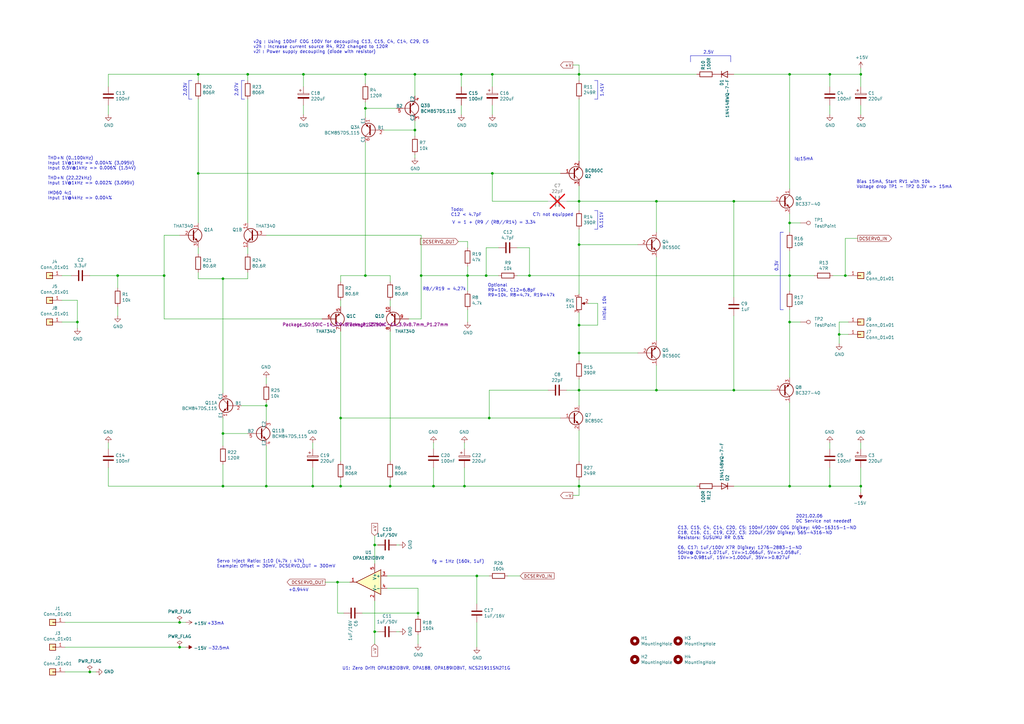
<source format=kicad_sch>
(kicad_sch (version 20250114) (generator "eeschema") (generator_version "9.0")
  (paper "A3")
  (title_block (title "Discrete Pre-Amp Elektor THAT340 with DC Servo") (date "2026-01-24") (rev "v2i"))
  (text "V = 1 + (R9 / (R8//R14) = 3.34" (at 185.42 92.075 0) (effects (font (size 1.27 1.27)) (justify left bottom)))
  (text "U1: Zero Drift OPA182IDBVR, OPA188, OPA189IDBVT, NCS21911SN2T1G" (at 140.335 274.955 0) (effects (font (size 1.27 1.27)) (justify left bottom)))
  (text "1.41V" (at 246.888 37.084 90) (effects (font (size 1.27 1.27))))
  (text "R8//R19 = 4.27k" (at 173.355 119.38 0) (effects (font (size 1.27 1.27)) (justify left bottom)))
  (text "2021.02.06\nDC Service not needed!" (at 326.39 214.63 0) (effects (font (size 1.27 1.27)) (justify left bottom)))
  (text "C13, C15, C4, C14, C20, C5: 100nF/100V C0G Digikey: 490-16315-1-ND\nC18, C16, C1, C19, C22, C3: 220uF/25V Digikey: 565-4316-ND\nResistors: SUSUMU RR 0.5%\n\nC6, C17: 1uF/100V X7R Digikey: 1276-2883-1-ND\n50Hz@ 0V=>1.071uF, 1V=>1.066uF, 5V=>1.058uF,\n10V=>0.981uF, 15V=>1.000uF, 35V=>0.827uF" (at 277.876 222.758 0) (effects (font (size 1.27 1.27)) (justify left)))
  (text "fg = 1Hz (160k, 1uF)" (at 177.165 231.14 0) (effects (font (size 1.27 1.27)) (justify left bottom)))
  (text "v2g : Using 100nF C0G 100V for decoupling C13, C15, C4, C14, C29, C5\nv2h : Increase current source R4, R22 changed to 120R\nv2i : Power supply decoupling (diode with resistor)" (at 103.886 19.304 0) (effects (font (size 1.27 1.27)) (justify left)))
  (text "+0.944V" (at 122.428 242.062 0) (effects (font (size 1.27 1.27))))
  (text "Optional\nR9=10k, C12=6.8pF\nR9=10k, R8=4.7k, R19=47k" (at 200.025 121.92 0) (effects (font (size 1.27 1.27)) (justify left bottom)))
  (text "-32.5mA" (at 89.662 265.938 0) (effects (font (size 1.27 1.27))))
  (text "2.07V" (at 97.028 36.83 90) (effects (font (size 1.27 1.27))))
  (text "Todo:\nC12 < 4.7pF" (at 184.912 88.9 0) (effects (font (size 1.27 1.27)) (justify left bottom)))
  (text "Bias 15mA, Start RV1 with 10k\nVoltage drop TP1 - TP2 0.3V => 15mA" (at 351.282 75.692 0) (effects (font (size 1.27 1.27)) (justify left)))
  (text "2.5V" (at 290.576 21.59 0) (effects (font (size 1.27 1.27))))
  (text "THD+N (0..100kHz)\nInput 1V@1kHz => 0.004% (3.095V)\nInput 0.5V@1kHz => 0.006% (1.54V)\n\nTHD+N (22.22kHz)\nInput 1V@1kHz => 0.002% (3.095V)\n\nIMD60 4:1\nInput 1V@4kHz => 0.004%\n\n" (at 19.558 74.168 0) (effects (font (size 1.27 1.27)) (justify left)))
  (text "0.111V" (at 246.634 90.424 90) (effects (font (size 1.27 1.27))))
  (text "C7: not equipped" (at 218.44 88.9 0) (effects (font (size 1.27 1.27)) (justify left bottom)))
  (text "2.03V" (at 75.946 36.83 90) (effects (font (size 1.27 1.27))))
  (text "Initial 10k" (at 247.904 126.492 90) (effects (font (size 1.27 1.27))))
  (text "Servo Inject Ratio: 1:10 (4.7k : 47k)\nExample: Offset = 30mV, DCSERVO_OUT = 300mV" (at 88.9 233.045 0) (effects (font (size 1.27 1.27)) (justify left bottom)))
  (text "Iq:15mA" (at 325.755 66.04 0) (effects (font (size 1.27 1.27)) (justify left bottom)))
  (text "+33mA" (at 88.392 255.778 0) (effects (font (size 1.27 1.27))))
  (text "0.3V" (at 318.516 109.22 90) (effects (font (size 1.27 1.27))))
  (junction (at 201.93 71.12))
  (junction (at 149.86 113.03))
  (junction (at 237.49 160.02))
  (junction (at 139.7 199.39))
  (junction (at 323.85 199.39))
  (junction (at 237.49 100.33))
  (junction (at 139.7 171.45))
  (junction (at 237.49 30.48))
  (junction (at 149.86 30.48))
  (junction (at 170.18 53.34))
  (junction (at 67.31 113.03))
  (junction (at 160.02 199.39))
  (junction (at 237.49 82.55))
  (junction (at 300.99 82.55))
  (junction (at 237.49 133.35))
  (junction (at 124.46 30.48))
  (junction (at 340.36 199.39))
  (junction (at 195.58 236.22))
  (junction (at 201.93 30.48))
  (junction (at 171.45 251.46))
  (junction (at 346.71 113.03))
  (junction (at 149.86 44.45))
  (junction (at 323.85 132.08))
  (junction (at 323.85 91.44))
  (junction (at 91.44 114.3))
  (junction (at 138.43 238.76))
  (junction (at 172.72 113.03))
  (junction (at 36.83 275.59))
  (junction (at 153.67 223.52))
  (junction (at 237.49 144.78))
  (junction (at 323.85 113.03))
  (junction (at 81.28 30.48))
  (junction (at 300.99 160.02))
  (junction (at 323.85 30.48))
  (junction (at 73.66 255.27))
  (junction (at 109.22 166.37))
  (junction (at 200.66 171.45))
  (junction (at 109.22 199.39))
  (junction (at 81.28 71.12))
  (junction (at 170.18 30.48))
  (junction (at 31.75 132.08))
  (junction (at 353.06 30.48))
  (junction (at 73.66 265.43))
  (junction (at 91.44 199.39))
  (junction (at 189.23 30.48))
  (junction (at 269.24 160.02))
  (junction (at 353.06 199.39))
  (junction (at 191.77 113.03))
  (junction (at 48.26 113.03))
  (junction (at 269.24 82.55))
  (junction (at 340.36 30.48))
  (junction (at 177.8 199.39))
  (junction (at 237.49 199.39))
  (junction (at 91.44 177.8))
  (junction (at 199.39 113.03))
  (junction (at 128.27 199.39))
  (junction (at 101.6 30.48))
  (junction (at 190.5 199.39))
  (junction (at 344.17 137.16))
  (junction (at 217.17 113.03))
  (junction (at 153.67 259.08))
  (wire (pts (xy 26.67 265.43) (xy 73.66 265.43)))
  (wire (pts (xy 81.28 71.12) (xy 81.28 91.44)))
  (wire (pts (xy 157.48 53.34) (xy 170.18 53.34)))
  (wire (pts (xy 73.66 255.27) (xy 76.2 255.27)))
  (wire (pts (xy 347.98 132.08) (xy 344.17 132.08)))
  (wire (pts (xy 91.44 114.3) (xy 81.28 114.3)))
  (wire (pts (xy 237.49 100.33) (xy 237.49 93.98)))
  (wire (pts (xy 237.49 203.2) (xy 237.49 199.39)))
  (wire (pts (xy 177.8 184.15) (xy 177.8 181.61)))
  (wire (pts (xy 163.83 223.52) (xy 162.56 223.52)))
  (wire (pts (xy 323.85 165.1) (xy 323.85 199.39)))
  (wire (pts (xy 158.75 236.22) (xy 195.58 236.22)))
  (wire (pts (xy 109.22 182.88) (xy 109.22 199.39)))
  (wire (pts (xy 323.85 119.38) (xy 323.85 113.03)))
  (wire (pts (xy 212.09 101.6) (xy 217.17 101.6)))
  (wire (pts (xy 353.06 43.18) (xy 353.06 46.99)))
  (wire (pts (xy 353.06 30.48) (xy 340.36 30.48)))
  (wire (pts (xy 237.49 199.39) (xy 237.49 196.85)))
  (wire (pts (xy 67.31 96.52) (xy 67.31 113.03)))
  (wire (pts (xy 261.62 100.33) (xy 237.49 100.33)))
  (wire (pts (xy 149.86 113.03) (xy 160.02 113.03)))
  (wire (pts (xy 189.23 30.48) (xy 189.23 35.56)))
  (wire (pts (xy 190.5 191.77) (xy 190.5 199.39)))
  (wire (pts (xy 172.72 96.52) (xy 172.72 113.03)))
  (wire (pts (xy 138.43 251.46) (xy 138.43 238.76)))
  (wire (pts (xy 153.67 219.71) (xy 153.67 223.52)))
  (wire (pts (xy 237.49 155.575) (xy 237.49 160.02)))
  (polyline (pts (xy 243.84 86.36) (xy 245.11 86.36)))
  (wire (pts (xy 153.67 246.38) (xy 153.67 259.08)))
  (wire (pts (xy 170.18 53.34) (xy 170.18 55.88)))
  (wire (pts (xy 269.24 82.55) (xy 237.49 82.55)))
  (wire (pts (xy 344.17 132.08) (xy 344.17 137.16)))
  (wire (pts (xy 347.98 137.16) (xy 344.17 137.16)))
  (wire (pts (xy 340.36 35.56) (xy 340.36 30.48)))
  (wire (pts (xy 237.49 86.36) (xy 237.49 82.55)))
  (wire (pts (xy 323.85 91.44) (xy 328.295 91.44)))
  (wire (pts (xy 232.41 82.55) (xy 237.49 82.55)))
  (polyline (pts (xy 243.84 33.02) (xy 245.11 33.02)))
  (wire (pts (xy 237.49 33.02) (xy 237.49 30.48)))
  (wire (pts (xy 25.4 132.08) (xy 31.75 132.08)))
  (wire (pts (xy 160.02 125.73) (xy 160.02 123.19)))
  (wire (pts (xy 148.59 251.46) (xy 171.45 251.46)))
  (wire (pts (xy 189.23 30.48) (xy 201.93 30.48)))
  (wire (pts (xy 26.67 255.27) (xy 73.66 255.27)))
  (wire (pts (xy 149.86 44.45) (xy 162.56 44.45)))
  (wire (pts (xy 170.18 63.5) (xy 170.18 64.77)))
  (wire (pts (xy 160.02 135.89) (xy 160.02 189.23)))
  (wire (pts (xy 109.22 96.52) (xy 172.72 96.52)))
  (wire (pts (xy 300.99 30.48) (xy 323.85 30.48)))
  (wire (pts (xy 199.39 113.03) (xy 191.77 113.03)))
  (wire (pts (xy 201.93 30.48) (xy 237.49 30.48)))
  (wire (pts (xy 101.6 40.64) (xy 101.6 91.44)))
  (wire (pts (xy 44.45 35.56) (xy 44.45 30.48)))
  (polyline (pts (xy 320.04 127) (xy 321.31 127)))
  (wire (pts (xy 149.86 34.29) (xy 149.86 30.48)))
  (wire (pts (xy 160.02 199.39) (xy 177.8 199.39)))
  (wire (pts (xy 189.23 46.99) (xy 189.23 43.18)))
  (wire (pts (xy 44.45 184.15) (xy 44.45 181.61)))
  (wire (pts (xy 237.49 160.02) (xy 237.49 166.37)))
  (wire (pts (xy 109.22 165.1) (xy 109.22 166.37)))
  (wire (pts (xy 139.7 135.89) (xy 139.7 171.45)))
  (wire (pts (xy 128.27 184.15) (xy 128.27 181.61)))
  (wire (pts (xy 153.67 259.08) (xy 153.67 264.16)))
  (wire (pts (xy 300.99 199.39) (xy 323.85 199.39)))
  (wire (pts (xy 101.6 30.48) (xy 101.6 33.02)))
  (wire (pts (xy 48.26 118.11) (xy 48.26 113.03)))
  (wire (pts (xy 323.85 87.63) (xy 323.85 91.44)))
  (wire (pts (xy 109.22 166.37) (xy 109.22 172.72)))
  (wire (pts (xy 48.26 113.03) (xy 67.31 113.03)))
  (wire (pts (xy 149.86 41.91) (xy 149.86 44.45)))
  (wire (pts (xy 237.49 176.53) (xy 237.49 189.23)))
  (wire (pts (xy 26.67 275.59) (xy 36.83 275.59)))
  (wire (pts (xy 340.36 199.39) (xy 340.36 191.77)))
  (wire (pts (xy 177.8 191.77) (xy 177.8 199.39)))
  (wire (pts (xy 139.7 171.45) (xy 200.66 171.45)))
  (wire (pts (xy 67.31 113.03) (xy 67.31 130.81)))
  (polyline (pts (xy 283.21 25.4) (xy 283.21 22.86)))
  (wire (pts (xy 245.11 133.35) (xy 237.49 133.35)))
  (polyline (pts (xy 100.33 33.02) (xy 99.06 33.02)))
  (wire (pts (xy 300.99 160.02) (xy 269.24 160.02)))
  (wire (pts (xy 109.22 157.48) (xy 109.22 154.94)))
  (wire (pts (xy 139.7 125.73) (xy 139.7 123.19)))
  (wire (pts (xy 73.66 265.43) (xy 76.2 265.43)))
  (polyline (pts (xy 99.06 40.64) (xy 100.33 40.64)))
  (wire (pts (xy 44.45 199.39) (xy 44.45 191.77)))
  (wire (pts (xy 346.71 113.03) (xy 347.98 113.03)))
  (polyline (pts (xy 245.11 33.02) (xy 245.11 40.64)))
  (wire (pts (xy 139.7 113.03) (xy 149.86 113.03)))
  (wire (pts (xy 323.85 199.39) (xy 340.36 199.39)))
  (wire (pts (xy 300.99 129.54) (xy 300.99 160.02)))
  (wire (pts (xy 31.75 132.08) (xy 31.75 134.62)))
  (wire (pts (xy 172.72 113.03) (xy 191.77 113.03)))
  (wire (pts (xy 353.06 27.94) (xy 353.06 30.48)))
  (wire (pts (xy 237.49 144.78) (xy 237.49 147.955)))
  (wire (pts (xy 340.36 184.15) (xy 340.36 181.61)))
  (wire (pts (xy 44.45 46.99) (xy 44.45 43.18)))
  (wire (pts (xy 190.5 184.15) (xy 190.5 181.61)))
  (wire (pts (xy 153.67 223.52) (xy 153.67 231.14)))
  (wire (pts (xy 170.18 49.53) (xy 170.18 53.34)))
  (wire (pts (xy 81.28 71.12) (xy 201.93 71.12)))
  (wire (pts (xy 323.85 30.48) (xy 340.36 30.48)))
  (wire (pts (xy 237.49 133.35) (xy 237.49 144.78)))
  (wire (pts (xy 170.18 39.37) (xy 170.18 30.48)))
  (polyline (pts (xy 283.21 22.86) (xy 299.72 22.86)))
  (wire (pts (xy 128.27 199.39) (xy 128.27 191.77)))
  (wire (pts (xy 101.6 114.3) (xy 91.44 114.3)))
  (wire (pts (xy 217.17 113.03) (xy 323.85 113.03)))
  (polyline (pts (xy 243.84 40.64) (xy 245.11 40.64)))
  (wire (pts (xy 167.64 130.81) (xy 172.72 130.81)))
  (wire (pts (xy 232.41 160.02) (xy 237.49 160.02)))
  (wire (pts (xy 81.28 114.3) (xy 81.28 111.76)))
  (wire (pts (xy 234.95 26.67) (xy 237.49 26.67)))
  (wire (pts (xy 101.6 177.8) (xy 91.44 177.8)))
  (wire (pts (xy 36.83 113.03) (xy 48.26 113.03)))
  (wire (pts (xy 154.94 259.08) (xy 153.67 259.08)))
  (wire (pts (xy 81.28 104.14) (xy 81.28 101.6)))
  (wire (pts (xy 31.75 123.19) (xy 31.75 132.08)))
  (wire (pts (xy 160.02 115.57) (xy 160.02 113.03)))
  (wire (pts (xy 101.6 104.14) (xy 101.6 101.6)))
  (wire (pts (xy 201.93 71.12) (xy 229.87 71.12)))
  (wire (pts (xy 172.72 113.03) (xy 172.72 130.81)))
  (wire (pts (xy 140.97 251.46) (xy 138.43 251.46)))
  (wire (pts (xy 191.77 101.6) (xy 191.77 99.06)))
  (wire (pts (xy 201.93 82.55) (xy 201.93 71.12)))
  (wire (pts (xy 212.09 113.03) (xy 217.17 113.03)))
  (wire (pts (xy 99.06 166.37) (xy 109.22 166.37)))
  (wire (pts (xy 300.99 121.92) (xy 300.99 82.55)))
  (wire (pts (xy 237.49 199.39) (xy 285.75 199.39)))
  (wire (pts (xy 91.44 177.8) (xy 91.44 171.45)))
  (wire (pts (xy 323.85 113.03) (xy 334.01 113.03)))
  (wire (pts (xy 269.24 149.86) (xy 269.24 160.02)))
  (wire (pts (xy 44.45 199.39) (xy 91.44 199.39)))
  (wire (pts (xy 353.06 184.15) (xy 353.06 181.61)))
  (wire (pts (xy 323.85 30.48) (xy 323.85 77.47)))
  (wire (pts (xy 346.71 97.79) (xy 346.71 113.03)))
  (wire (pts (xy 109.22 199.39) (xy 128.27 199.39)))
  (wire (pts (xy 139.7 115.57) (xy 139.7 113.03)))
  (wire (pts (xy 245.11 124.46) (xy 245.11 133.35)))
  (wire (pts (xy 199.39 101.6) (xy 199.39 113.03)))
  (wire (pts (xy 36.83 275.59) (xy 39.37 275.59)))
  (wire (pts (xy 128.27 199.39) (xy 139.7 199.39)))
  (wire (pts (xy 353.06 199.39) (xy 353.06 191.77)))
  (wire (pts (xy 25.4 113.03) (xy 29.21 113.03)))
  (wire (pts (xy 149.86 30.48) (xy 170.18 30.48)))
  (wire (pts (xy 224.79 160.02) (xy 200.66 160.02)))
  (wire (pts (xy 171.45 260.35) (xy 171.45 264.16)))
  (wire (pts (xy 149.86 58.42) (xy 149.86 113.03)))
  (wire (pts (xy 353.06 199.39) (xy 353.06 201.93)))
  (wire (pts (xy 241.3 124.46) (xy 245.11 124.46)))
  (wire (pts (xy 124.46 35.56) (xy 124.46 30.48)))
  (wire (pts (xy 195.58 236.22) (xy 200.66 236.22)))
  (wire (pts (xy 139.7 199.39) (xy 160.02 199.39)))
  (wire (pts (xy 171.45 241.3) (xy 158.75 241.3)))
  (wire (pts (xy 353.06 199.39) (xy 340.36 199.39)))
  (wire (pts (xy 200.66 171.45) (xy 229.87 171.45)))
  (wire (pts (xy 25.4 123.19) (xy 31.75 123.19)))
  (wire (pts (xy 208.28 236.22) (xy 213.36 236.22)))
  (wire (pts (xy 217.17 101.6) (xy 217.17 113.03)))
  (wire (pts (xy 224.79 82.55) (xy 201.93 82.55)))
  (wire (pts (xy 177.8 199.39) (xy 190.5 199.39)))
  (wire (pts (xy 48.26 129.54) (xy 48.26 125.73)))
  (wire (pts (xy 133.35 238.76) (xy 138.43 238.76)))
  (wire (pts (xy 234.95 203.2) (xy 237.49 203.2)))
  (polyline (pts (xy 99.06 33.02) (xy 99.06 40.64)))
  (wire (pts (xy 139.7 199.39) (xy 139.7 196.85)))
  (wire (pts (xy 81.28 30.48) (xy 101.6 30.48)))
  (wire (pts (xy 191.77 127) (xy 191.77 132.08)))
  (wire (pts (xy 81.28 30.48) (xy 81.28 33.02)))
  (wire (pts (xy 237.49 26.67) (xy 237.49 30.48)))
  (wire (pts (xy 237.49 30.48) (xy 285.75 30.48)))
  (wire (pts (xy 191.77 113.03) (xy 191.77 119.38)))
  (wire (pts (xy 237.49 76.2) (xy 237.49 82.55)))
  (wire (pts (xy 200.66 160.02) (xy 200.66 171.45)))
  (wire (pts (xy 124.46 43.18) (xy 124.46 46.99)))
  (polyline (pts (xy 243.84 93.98) (xy 245.11 93.98)))
  (wire (pts (xy 67.31 96.52) (xy 73.66 96.52)))
  (polyline (pts (xy 321.31 95.25) (xy 320.04 95.25)))
  (wire (pts (xy 163.83 259.08) (xy 162.56 259.08)))
  (wire (pts (xy 201.93 43.18) (xy 201.93 46.99)))
  (wire (pts (xy 204.47 101.6) (xy 199.39 101.6)))
  (wire (pts (xy 171.45 252.73) (xy 171.45 251.46)))
  (wire (pts (xy 269.24 160.02) (xy 237.49 160.02)))
  (wire (pts (xy 195.58 247.65) (xy 195.58 236.22)))
  (wire (pts (xy 344.17 140.97) (xy 344.17 137.16)))
  (wire (pts (xy 199.39 113.03) (xy 204.47 113.03)))
  (wire (pts (xy 237.49 120.65) (xy 237.49 100.33)))
  (wire (pts (xy 353.06 35.56) (xy 353.06 30.48)))
  (wire (pts (xy 269.24 105.41) (xy 269.24 139.7)))
  (wire (pts (xy 341.63 113.03) (xy 346.71 113.03)))
  (wire (pts (xy 323.85 91.44) (xy 323.85 95.25)))
  (wire (pts (xy 170.18 30.48) (xy 189.23 30.48)))
  (wire (pts (xy 237.49 40.64) (xy 237.49 66.04)))
  (polyline (pts (xy 77.47 33.02) (xy 77.47 40.64)))
  (wire (pts (xy 190.5 199.39) (xy 237.49 199.39)))
  (polyline (pts (xy 299.72 22.86) (xy 299.72 25.4)))
  (wire (pts (xy 171.45 251.46) (xy 171.45 241.3)))
  (wire (pts (xy 138.43 238.76) (xy 143.51 238.76)))
  (wire (pts (xy 124.46 30.48) (xy 101.6 30.48)))
  (wire (pts (xy 323.85 132.08) (xy 323.85 154.94)))
  (wire (pts (xy 139.7 171.45) (xy 139.7 189.23)))
  (wire (pts (xy 323.85 132.08) (xy 328.295 132.08)))
  (wire (pts (xy 191.77 99.06) (xy 187.96 99.06)))
  (wire (pts (xy 195.58 265.43) (xy 195.58 255.27)))
  (wire (pts (xy 323.85 113.03) (xy 323.85 102.87)))
  (wire (pts (xy 160.02 199.39) (xy 160.02 196.85)))
  (wire (pts (xy 101.6 114.3) (xy 101.6 111.76)))
  (wire (pts (xy 351.79 97.79) (xy 346.71 97.79)))
  (wire (pts (xy 67.31 130.81) (xy 132.08 130.81)))
  (wire (pts (xy 269.24 95.25) (xy 269.24 82.55)))
  (wire (pts (xy 91.44 199.39) (xy 109.22 199.39)))
  (wire (pts (xy 300.99 82.55) (xy 269.24 82.55)))
  (wire (pts (xy 154.94 223.52) (xy 153.67 223.52)))
  (wire (pts (xy 323.85 132.08) (xy 323.85 127)))
  (wire (pts (xy 44.45 30.48) (xy 81.28 30.48)))
  (wire (pts (xy 91.44 161.29) (xy 91.44 114.3)))
  (wire (pts (xy 149.86 44.45) (xy 149.86 48.26)))
  (wire (pts (xy 316.23 160.02) (xy 300.99 160.02)))
  (wire (pts (xy 91.44 190.5) (xy 91.44 199.39)))
  (wire (pts (xy 191.77 109.22) (xy 191.77 113.03)))
  (polyline (pts (xy 77.47 40.64) (xy 78.74 40.64)))
  (polyline (pts (xy 320.04 95.25) (xy 320.04 127)))
  (wire (pts (xy 237.49 128.27) (xy 237.49 133.35)))
  (wire (pts (xy 261.62 144.78) (xy 237.49 144.78)))
  (wire (pts (xy 340.36 46.99) (xy 340.36 43.18)))
  (wire (pts (xy 91.44 182.88) (xy 91.44 177.8)))
  (wire (pts (xy 124.46 30.48) (xy 149.86 30.48)))
  (wire (pts (xy 81.28 40.64) (xy 81.28 71.12)))
  (wire (pts (xy 201.93 30.48) (xy 201.93 35.56)))
  (wire (pts (xy 316.23 82.55) (xy 300.99 82.55)))
  (polyline (pts (xy 78.74 33.02) (xy 77.47 33.02)))
  (polyline (pts (xy 245.11 86.36) (xy 245.11 93.98)))
  (global_label "DCSERVO_OUT" (shape output) (at 133.35 238.76 180) (property "Intersheetrefs" "${INTERSHEET_REFS}" (effects (hide yes))))
  (global_label "DCSERVO_OUT" (shape input) (at 187.96 99.06 180) (property "Intersheetrefs" "${INTERSHEET_REFS}" (effects (hide yes))))
  (global_label "-V" (shape output) (at 234.95 203.2 180) (property "Intersheetrefs" "${INTERSHEET_REFS}" (effects (hide yes))))
  (global_label "-V" (shape input) (at 153.67 264.16 270) (property "Intersheetrefs" "${INTERSHEET_REFS}" (effects (hide yes))))
  (global_label "+V" (shape input) (at 153.67 219.71 90) (property "Intersheetrefs" "${INTERSHEET_REFS}" (effects (hide yes))))
  (global_label "+V" (shape output) (at 234.95 26.67 180) (property "Intersheetrefs" "${INTERSHEET_REFS}" (effects (hide yes))))
  (global_label "DCSERVO_IN" (shape output) (at 351.79 97.79 0) (property "Intersheetrefs" "${INTERSHEET_REFS}" (effects (hide yes))))
  (global_label "DCSERVO_IN" (shape input) (at 213.36 236.22 0) (property "Intersheetrefs" "${INTERSHEET_REFS}" (effects (hide yes))))
  (symbol (lib_id "Device:R") (at 160.02 193.04 0) (unit 1)
    (property "Reference" "R6" (at 161.798 191.8716 0) (effects (justify left)))
    (property "Value" "806R" (at 161.798 194.183 0) (effects (justify left)))
    (property "Footprint" "Resistor_SMD:R_0805_2012Metric_Pad1.20x1.40mm_HandSolder" (effects (hide yes)))
  )
  (symbol (lib_id "Device:C") (at 33.02 113.03 270) (unit 1)
    (property "Reference" "C2" (at 33.02 106.6292 90))
    (property "Value" "3.3uF" (at 33.02 108.9406 90))
    (property "Footprint" "Capacitor_THT:C_Rect_L7.2mm_W7.2mm_P5.00mm_FKS2_FKP2_MKS2_MKP2" (effects (hide yes)))
  )
  (symbol (lib_id "power:GND") (at 48.26 129.54 0) (unit 1)
    (property "Reference" "#PWR09" (effects (hide yes)))
    (property "Value" "GND" (at 48.387 133.9342 0))
  )
  (symbol (lib_id "Device:R") (at 139.7 193.04 0) (unit 1)
    (property "Reference" "R3" (at 141.478 191.8716 0) (effects (justify left)))
    (property "Value" "806R" (at 141.478 194.183 0) (effects (justify left)))
    (property "Footprint" "Resistor_SMD:R_0805_2012Metric_Pad1.20x1.40mm_HandSolder" (effects (hide yes)))
  )
  (symbol (lib_id "Device:R") (at 48.26 121.92 0) (unit 1)
    (property "Reference" "R1" (at 50.038 120.7516 0) (effects (justify left)))
    (property "Value" "10k" (at 50.038 123.063 0) (effects (justify left)))
    (property "Footprint" "Resistor_SMD:R_0805_2012Metric_Pad1.20x1.40mm_HandSolder" (effects (hide yes)))
  )
  (symbol (lib_id "Device:R") (at 191.77 123.19 0) (unit 1)
    (property "Reference" "R8" (at 193.548 122.0216 0) (effects (justify left)))
    (property "Value" "4.7k" (at 193.548 124.333 0) (effects (justify left)))
    (property "Footprint" "Resistor_SMD:R_0805_2012Metric_Pad1.20x1.40mm_HandSolder" (effects (hide yes)))
  )
  (symbol (lib_id "Device:R") (at 208.28 113.03 270) (unit 1)
    (property "Reference" "R9" (at 208.28 107.7722 90))
    (property "Value" "10k" (at 208.28 110.0836 90))
    (property "Footprint" "Resistor_SMD:R_0805_2012Metric_Pad1.20x1.40mm_HandSolder" (effects (hide yes)))
  )
  (symbol (lib_id "Device:R") (at 139.7 119.38 0) (unit 1)
    (property "Reference" "R2" (at 141.478 118.2116 0) (effects (justify left)))
    (property "Value" "80.6R" (at 141.478 120.523 0) (effects (justify left)))
    (property "Footprint" "Resistor_SMD:R_0805_2012Metric_Pad1.20x1.40mm_HandSolder" (effects (hide yes)))
  )
  (symbol (lib_id "Device:R") (at 160.02 119.38 0) (unit 1)
    (property "Reference" "R5" (at 161.798 118.2116 0) (effects (justify left)))
    (property "Value" "80.6R" (at 161.798 120.523 0) (effects (justify left)))
    (property "Footprint" "Resistor_SMD:R_0805_2012Metric_Pad1.20x1.40mm_HandSolder" (effects (hide yes)))
  )
  (symbol (lib_id "Device:R") (at 149.86 38.1 0) (unit 1)
    (property "Reference" "R4" (at 151.638 36.9316 0) (effects (justify left)))
    (property "Value" "120R" (at 151.638 39.243 0) (effects (justify left)))
    (property "Footprint" "Resistor_SMD:R_0805_2012Metric_Pad1.20x1.40mm_HandSolder" (effects (hide yes)))
  )
  (symbol (lib_id "Device:R") (at 170.18 59.69 0) (unit 1)
    (property "Reference" "R7" (at 171.958 58.5216 0) (effects (justify left)))
    (property "Value" "10k" (at 171.958 60.833 0) (effects (justify left)))
    (property "Footprint" "Resistor_SMD:R_0805_2012Metric_Pad1.20x1.40mm_HandSolder" (effects (hide yes)))
  )
  (symbol (lib_id "Device:R") (at 237.49 36.83 0) (unit 1)
    (property "Reference" "R11" (at 239.268 35.6616 0) (effects (justify left)))
    (property "Value" "249R" (at 239.268 37.973 0) (effects (justify left)))
    (property "Footprint" "Resistor_SMD:R_0805_2012Metric_Pad1.20x1.40mm_HandSolder" (effects (hide yes)))
  )
  (symbol (lib_id "power:GND") (at 191.77 132.08 0) (unit 1)
    (property "Reference" "#PWR013" (effects (hide yes)))
    (property "Value" "GND" (at 191.897 136.4742 0))
  )
  (symbol (lib_id "power:GND") (at 31.75 134.62 0) (unit 1)
    (property "Reference" "#PWR04" (effects (hide yes)))
    (property "Value" "GND" (at 31.877 139.0142 0))
  )
  (symbol (lib_id "Mechanical:MountingHole") (at 260.35 262.89 0) (unit 1)
    (property "Reference" "H1" (at 262.89 261.7216 0) (effects (justify left)))
    (property "Value" "MountingHole" (at 262.89 264.033 0) (effects (justify left)))
    (property "Footprint" "MountingHole:MountingHole_3.2mm_M3_Pad_Via" (effects (hide yes)))
  )
  (symbol (lib_id "Mechanical:MountingHole") (at 278.13 262.89 0) (unit 1)
    (property "Reference" "H3" (at 280.67 261.7216 0) (effects (justify left)))
    (property "Value" "MountingHole" (at 280.67 264.033 0) (effects (justify left)))
    (property "Footprint" "MountingHole:MountingHole_3.2mm_M3_Pad_Via" (effects (hide yes)))
  )
  (symbol (lib_id "Mechanical:MountingHole") (at 260.35 270.51 0) (unit 1)
    (property "Reference" "H2" (at 262.89 269.3416 0) (effects (justify left)))
    (property "Value" "MountingHole" (at 262.89 271.653 0) (effects (justify left)))
    (property "Footprint" "MountingHole:MountingHole_3.2mm_M3_Pad_Via" (effects (hide yes)))
  )
  (symbol (lib_id "Mechanical:MountingHole") (at 278.13 270.51 0) (unit 1)
    (property "Reference" "H4" (at 280.67 269.3416 0) (effects (justify left)))
    (property "Value" "MountingHole" (at 280.67 271.653 0) (effects (justify left)))
    (property "Footprint" "MountingHole:MountingHole_3.2mm_M3_Pad_Via" (effects (hide yes)))
  )
  (symbol (lib_id "Connector_Generic:Conn_01x01") (at 20.32 113.03 180) (unit 1)
    (property "Reference" "J4" (at 22.4028 107.315 0))
    (property "Value" "Conn_01x01" (at 22.4028 109.6264 0))
    (property "Footprint" "Connector_Pin:Pin_D1.0mm_L10.0mm" (effects (hide yes)))
  )
  (symbol (lib_id "Connector_Generic:Conn_01x01") (at 20.32 123.19 180) (unit 1)
    (property "Reference" "J5" (at 22.4028 117.475 0))
    (property "Value" "Conn_01x01" (at 22.4028 119.7864 0))
    (property "Footprint" "Connector_Pin:Pin_D1.0mm_L10.0mm" (effects (hide yes)))
  )
  (symbol (lib_id "power:GND") (at 170.18 64.77 0) (unit 1)
    (property "Reference" "#PWR012" (effects (hide yes)))
    (property "Value" "GND" (at 170.307 69.1642 0))
  )
  (symbol (lib_id "power:+15V") (at 353.06 27.94 0) (unit 1)
    (property "Reference" "#PWR05" (effects (hide yes)))
    (property "Value" "+15V" (at 353.441 23.5458 0))
  )
  (symbol (lib_id "power:-15V") (at 353.06 201.93 180) (unit 1)
    (property "Reference" "#PWR08" (effects (hide yes)))
    (property "Value" "-15V" (at 352.679 206.3242 0))
  )
  (symbol (lib_id "Connector_Generic:Conn_01x01") (at 353.06 113.03 0) (unit 1)
    (property "Reference" "J6" (at 355.092 111.9632 0) (effects (justify left)))
    (property "Value" "Conn_01x01" (at 355.092 114.2746 0) (effects (justify left)))
    (property "Footprint" "Connector_Pin:Pin_D1.0mm_L10.0mm" (effects (hide yes)))
  )
  (symbol (lib_id "Connector_Generic:Conn_01x01") (at 353.06 137.16 0) (unit 1)
    (property "Reference" "J7" (at 355.092 136.0932 0) (effects (justify left)))
    (property "Value" "Conn_01x01" (at 355.092 138.4046 0) (effects (justify left)))
    (property "Footprint" "Connector_Pin:Pin_D1.0mm_L10.0mm" (effects (hide yes)))
  )
  (symbol (lib_id "Connector_Generic:Conn_01x01") (at 21.59 255.27 180) (unit 1)
    (property "Reference" "J1" (at 23.6728 249.555 0))
    (property "Value" "Conn_01x01" (at 23.6728 251.8664 0))
    (property "Footprint" "Connector_Pin:Pin_D1.0mm_L10.0mm" (effects (hide yes)))
  )
  (symbol (lib_id "Connector_Generic:Conn_01x01") (at 21.59 275.59 180) (unit 1)
    (property "Reference" "J2" (at 23.6728 269.875 0))
    (property "Value" "Conn_01x01" (at 23.6728 272.1864 0))
    (property "Footprint" "Connector_Pin:Pin_D1.0mm_L10.0mm" (effects (hide yes)))
  )
  (symbol (lib_id "Connector_Generic:Conn_01x01") (at 21.59 265.43 180) (unit 1)
    (property "Reference" "J3" (at 23.6728 259.715 0))
    (property "Value" "Conn_01x01" (at 23.6728 262.0264 0))
    (property "Footprint" "Connector_Pin:Pin_D1.0mm_L10.0mm" (effects (hide yes)))
  )
  (symbol (lib_id "power:GND") (at 39.37 275.59 90) (unit 1)
    (property "Reference" "#PWR02" (effects (hide yes)))
    (property "Value" "GND" (at 42.6212 275.463 90) (effects (justify right)))
  )
  (symbol (lib_id "power:+15V") (at 76.2 255.27 270) (unit 1)
    (property "Reference" "#PWR01" (effects (hide yes)))
    (property "Value" "+15V" (at 79.4512 255.651 90) (effects (justify left)))
  )
  (symbol (lib_id "Device:C_Polarized") (at 353.06 187.96 0) (unit 1)
    (property "Reference" "C3" (at 356.0572 186.7916 0) (effects (justify left)))
    (property "Value" "220uF" (at 356.0572 189.103 0) (effects (justify left)))
    (property "Footprint" "Capacitor_THT:CP_Radial_D8.0mm_P3.50mm" (effects (hide yes)))
  )
  (symbol (lib_id "Device:C") (at 340.36 187.96 180) (unit 1)
    (property "Reference" "C5" (at 343.281 186.7916 0) (effects (justify right)))
    (property "Value" "100nF" (at 343.281 189.103 0) (effects (justify right)))
    (property "Footprint" "Capacitor_SMD:C_1206_3216Metric_Pad1.33x1.80mm_HandSolder" (effects (hide yes)))
  )
  (symbol (lib_id "power:GND") (at 44.45 181.61 180) (unit 1)
    (property "Reference" "#PWR011" (effects (hide yes)))
    (property "Value" "GND" (at 44.323 177.2158 0))
  )
  (symbol (lib_id "Device:R") (at 337.82 113.03 270) (unit 1)
    (property "Reference" "R13" (at 337.82 107.7722 90))
    (property "Value" "47R" (at 337.82 110.0836 90))
    (property "Footprint" "Resistor_SMD:R_0805_2012Metric_Pad1.20x1.40mm_HandSolder" (effects (hide yes)))
  )
  (symbol (lib_id "Device:C_Polarized") (at 353.06 39.37 0) (unit 1)
    (property "Reference" "C1" (at 356.0572 38.2016 0) (effects (justify left)))
    (property "Value" "220uF" (at 356.0572 40.513 0) (effects (justify left)))
    (property "Footprint" "Capacitor_THT:CP_Radial_D8.0mm_P3.50mm" (effects (hide yes)))
  )
  (symbol (lib_id "Device:C") (at 340.36 39.37 180) (unit 1)
    (property "Reference" "C4" (at 343.281 38.2016 0) (effects (justify right)))
    (property "Value" "100nF" (at 343.281 40.513 0) (effects (justify right)))
    (property "Footprint" "Capacitor_SMD:C_1206_3216Metric_Pad1.33x1.80mm_HandSolder" (effects (hide yes)))
  )
  (symbol (lib_id "power:GND") (at 44.45 46.99 0) (unit 1)
    (property "Reference" "#PWR010" (effects (hide yes)))
    (property "Value" "GND" (at 44.577 51.3842 0))
  )
  (symbol (lib_id "power:GND") (at 344.17 140.97 0) (unit 1)
    (property "Reference" "#PWR015" (effects (hide yes)))
    (property "Value" "GND" (at 344.297 145.3642 0))
  )
  (symbol (lib_id "power:-15V") (at 76.2 265.43 270) (unit 1)
    (property "Reference" "#PWR0101" (effects (hide yes)))
    (property "Value" "-15V" (at 79.4512 265.811 90) (effects (justify left)))
  )
  (symbol (lib_id "power:PWR_FLAG") (at 36.83 275.59 0) (unit 1)
    (property "Reference" "#FLG0101" (effects (hide yes)))
    (property "Value" "PWR_FLAG" (at 36.83 271.1958 0))
  )
  (symbol (lib_id "power:PWR_FLAG") (at 73.66 265.43 0) (unit 1)
    (property "Reference" "#FLG0103" (effects (hide yes)))
    (property "Value" "PWR_FLAG" (at 73.66 261.0358 0))
  )
  (symbol (lib_id "Device:C") (at 208.28 101.6 270) (unit 1)
    (property "Reference" "C12" (at 208.28 95.1992 90))
    (property "Value" "4.7pF" (at 208.28 97.5106 90))
    (property "Footprint" "Capacitor_SMD:C_0805_2012Metric_Pad1.18x1.45mm_HandSolder" (effects (hide yes)))
  )
  (symbol (lib_id "Device:C") (at 44.45 39.37 180) (unit 1)
    (property "Reference" "C13" (at 47.371 38.2016 0) (effects (justify right)))
    (property "Value" "100nF" (at 47.371 40.513 0) (effects (justify right)))
    (property "Footprint" "Capacitor_SMD:C_1206_3216Metric_Pad1.33x1.80mm_HandSolder" (effects (hide yes)))
  )
  (symbol (lib_id "Device:C") (at 44.45 187.96 180) (unit 1)
    (property "Reference" "C14" (at 47.371 186.7916 0) (effects (justify right)))
    (property "Value" "100nF" (at 47.371 189.103 0) (effects (justify right)))
    (property "Footprint" "Capacitor_SMD:C_1206_3216Metric_Pad1.33x1.80mm_HandSolder" (effects (hide yes)))
  )
  (symbol (lib_id "power:GND") (at 340.36 181.61 180) (unit 1)
    (property "Reference" "#PWR018" (effects (hide yes)))
    (property "Value" "GND" (at 340.233 177.2158 0))
  )
  (symbol (lib_id "power:GND") (at 340.36 46.99 0) (unit 1)
    (property "Reference" "#PWR017" (effects (hide yes)))
    (property "Value" "GND" (at 340.487 51.3842 0))
  )
  (symbol (lib_id "power:GND") (at 353.06 46.99 0) (unit 1)
    (property "Reference" "#PWR019" (effects (hide yes)))
    (property "Value" "GND" (at 353.187 51.3842 0))
  )
  (symbol (lib_id "power:GND") (at 353.06 181.61 180) (unit 1)
    (property "Reference" "#PWR020" (effects (hide yes)))
    (property "Value" "GND" (at 352.933 177.2158 0))
  )
  (symbol (lib_id "kicad-snk:BCM847DS,115") (at 93.98 166.37 0) (mirror y) (unit 1)
    (property "Reference" "Q11" (at 89.1286 165.2016 0) (effects (justify left)))
    (property "Value" "BCM847DS,115" (at 89.1286 167.513 0) (effects (justify left)))
    (property "Footprint" "Package_TO_SOT_SMD:SC-74-6_1.55x2.9mm_P0.95mm" (effects (hide yes)))
    (property "Datasheet" "https://www.analog.com/media/en/technical-documentation/obsolete-data-sheets/SSM2210.pdf" (effects (hide yes)))
  )
  (symbol (lib_id "kicad-snk:BCM847DS,115") (at 106.68 177.8 0) (unit 2)
    (property "Reference" "Q11" (at 111.506 176.6316 0) (effects (justify left)))
    (property "Value" "BCM847DS,115" (at 111.506 178.943 0) (effects (justify left)))
    (property "Footprint" "Package_TO_SOT_SMD:SC-74-6_1.55x2.9mm_P0.95mm" (effects (hide yes)))
    (property "Datasheet" "https://www.analog.com/media/en/technical-documentation/obsolete-data-sheets/SSM2210.pdf" (effects (hide yes)))
  )
  (symbol (lib_id "power:PWR_FLAG") (at 73.66 255.27 0) (unit 1)
    (property "Reference" "#FLG01" (effects (hide yes)))
    (property "Value" "PWR_FLAG" (at 73.66 250.8758 0))
  )
  (symbol (lib_id "kicad-snk:BCM857DS,115") (at 167.64 44.45 0) (mirror x) (unit 2)
    (property "Reference" "Q3" (at 172.466 43.2816 0) (effects (justify left)))
    (property "Value" "BCM857DS,115" (at 172.466 45.593 0) (effects (justify left)))
    (property "Footprint" "Package_TO_SOT_SMD:SC-74-6_1.55x2.9mm_P0.95mm" (effects (hide yes)))
    (property "Datasheet" "https://www.analog.com/media/en/technical-documentation/data-sheets/SSM2220.pdf" (effects (hide yes)))
  )
  (symbol (lib_id "kicad-snk:BCM857DS,115") (at 152.4 53.34 180) (unit 1)
    (property "Reference" "Q3" (at 147.5486 52.1716 0) (effects (justify left)))
    (property "Value" "BCM857DS,115" (at 147.5486 54.483 0) (effects (justify left)))
    (property "Footprint" "Package_TO_SOT_SMD:SC-74-6_1.55x2.9mm_P0.95mm" (effects (hide yes)))
    (property "Datasheet" "https://www.analog.com/media/en/technical-documentation/data-sheets/SSM2220.pdf" (effects (hide yes)))
  )
  (symbol (lib_id "Device:R") (at 237.49 193.04 0) (unit 1)
    (property "Reference" "R27" (at 239.268 191.8716 0) (effects (justify left)))
    (property "Value" "249R" (at 239.268 194.183 0) (effects (justify left)))
    (property "Footprint" "Resistor_SMD:R_0805_2012Metric_Pad1.20x1.40mm_HandSolder" (effects (hide yes)))
  )
  (symbol (lib_id "Device:C_Polarized") (at 124.46 39.37 0) (unit 1)
    (property "Reference" "C18" (at 127.4572 38.2016 0) (effects (justify left)))
    (property "Value" "220uF" (at 127.4572 40.513 0) (effects (justify left)))
    (property "Footprint" "Capacitor_THT:CP_Radial_D8.0mm_P3.50mm" (effects (hide yes)))
  )
  (symbol (lib_id "power:GND") (at 124.46 46.99 0) (unit 1)
    (property "Reference" "#PWR023" (effects (hide yes)))
    (property "Value" "GND" (at 124.587 51.3842 0))
  )
  (symbol (lib_id "Device:C_Polarized") (at 128.27 187.96 0) (unit 1)
    (property "Reference" "C19" (at 131.2672 186.7916 0) (effects (justify left)))
    (property "Value" "220uF" (at 131.2672 189.103 0) (effects (justify left)))
    (property "Footprint" "Capacitor_THT:CP_Radial_D8.0mm_P3.50mm" (effects (hide yes)))
  )
  (symbol (lib_id "power:GND") (at 128.27 181.61 180) (unit 1)
    (property "Reference" "#PWR024" (effects (hide yes)))
    (property "Value" "GND" (at 128.143 177.2158 0))
  )
  (symbol (lib_id "Device:R") (at 101.6 36.83 0) (unit 1)
    (property "Reference" "R23" (at 103.378 35.6616 0) (effects (justify left)))
    (property "Value" "806R" (at 103.378 37.973 0) (effects (justify left)))
    (property "Footprint" "Resistor_SMD:R_0805_2012Metric_Pad1.20x1.40mm_HandSolder" (effects (hide yes)))
  )
  (symbol (lib_id "Device:R") (at 81.28 36.83 0) (unit 1)
    (property "Reference" "R20" (at 83.058 35.6616 0) (effects (justify left)))
    (property "Value" "806R" (at 83.058 37.973 0) (effects (justify left)))
    (property "Footprint" "Resistor_SMD:R_0805_2012Metric_Pad1.20x1.40mm_HandSolder" (effects (hide yes)))
  )
  (symbol (lib_id "Device:R") (at 81.28 107.95 0) (unit 1)
    (property "Reference" "R21" (at 83.058 106.7816 0) (effects (justify left)))
    (property "Value" "80.6R" (at 83.058 109.093 0) (effects (justify left)))
    (property "Footprint" "Resistor_SMD:R_0805_2012Metric_Pad1.20x1.40mm_HandSolder" (effects (hide yes)))
  )
  (symbol (lib_id "Device:R") (at 101.6 107.95 0) (unit 1)
    (property "Reference" "R24" (at 103.378 106.7816 0) (effects (justify left)))
    (property "Value" "80.6R" (at 103.378 109.093 0) (effects (justify left)))
    (property "Footprint" "Resistor_SMD:R_0805_2012Metric_Pad1.20x1.40mm_HandSolder" (effects (hide yes)))
  )
  (symbol (lib_id "Device:R") (at 109.22 161.29 0) (unit 1)
    (property "Reference" "R25" (at 110.998 160.1216 0) (effects (justify left)))
    (property "Value" "10k" (at 110.998 162.433 0) (effects (justify left)))
    (property "Footprint" "Resistor_SMD:R_0805_2012Metric_Pad1.20x1.40mm_HandSolder" (effects (hide yes)))
  )
  (symbol (lib_id "power:GND") (at 109.22 154.94 180) (unit 1)
    (property "Reference" "#PWR0104" (effects (hide yes)))
    (property "Value" "GND" (at 109.093 150.5458 0))
  )
  (symbol (lib_id "Device:R") (at 91.44 186.69 0) (unit 1)
    (property "Reference" "R22" (at 93.218 185.5216 0) (effects (justify left)))
    (property "Value" "120R" (at 93.218 187.833 0) (effects (justify left)))
    (property "Footprint" "Resistor_SMD:R_0805_2012Metric_Pad1.20x1.40mm_HandSolder" (effects (hide yes)))
  )
  (symbol (lib_id "Device:R") (at 237.49 90.17 0) (unit 1)
    (property "Reference" "R14" (at 239.268 89.0016 0) (effects (justify left)))
    (property "Value" "390R" (at 239.268 91.313 0) (effects (justify left)))
    (property "Footprint" "Resistor_SMD:R_0805_2012Metric_Pad1.20x1.40mm_HandSolder" (effects (hide yes)))
  )
  (symbol (lib_id "Device:R") (at 237.49 151.765 0) (unit 1)
    (property "Reference" "R15" (at 239.268 150.5966 0) (effects (justify left)))
    (property "Value" "390R" (at 239.268 152.908 0) (effects (justify left)))
    (property "Footprint" "Resistor_SMD:R_0805_2012Metric_Pad1.20x1.40mm_HandSolder" (effects (hide yes)))
  )
  (symbol (lib_id "pre-amp-discret-rescue:R_POT-Device") (at 237.49 124.46 0) (unit 1)
    (property "Reference" "RV1" (at 235.712 123.2916 0) (effects (justify right)))
    (property "Value" "10k" (at 235.712 125.603 0) (effects (justify right)))
    (property "Footprint" "Potentiometer_THT:Potentiometer_Bourns_3296W_Vertical" (effects (hide yes)))
  )
  (symbol (lib_id "Device:R") (at 323.85 99.06 0) (unit 1)
    (property "Reference" "R16" (at 325.628 97.8916 0) (effects (justify left)))
    (property "Value" "10R" (at 325.628 100.203 0) (effects (justify left)))
    (property "Footprint" "Resistor_SMD:R_0805_2012Metric_Pad1.20x1.40mm_HandSolder" (effects (hide yes)))
  )
  (symbol (lib_id "Device:R") (at 323.85 123.19 0) (unit 1)
    (property "Reference" "R17" (at 325.628 122.0216 0) (effects (justify left)))
    (property "Value" "10R" (at 325.628 124.333 0) (effects (justify left)))
    (property "Footprint" "Resistor_SMD:R_0805_2012Metric_Pad1.20x1.40mm_HandSolder" (effects (hide yes)))
  )
  (symbol (lib_id "Device:C") (at 300.99 125.73 180) (unit 1)
    (property "Reference" "C9" (at 303.911 124.5616 0) (effects (justify right)))
    (property "Value" "1uF" (at 303.911 126.873 0) (effects (justify right)))
    (property "Footprint" "Capacitor_THT:C_Rect_L7.2mm_W5.5mm_P5.00mm_FKS2_FKP2_MKS2_MKP2" (effects (hide yes)))
  )
  (symbol (lib_id "Transistor_BJT:BC560") (at 266.7 144.78 0) (mirror x) (unit 1)
    (property "Reference" "Q5" (at 271.5514 143.6116 0) (effects (justify left)))
    (property "Value" "BC560C" (at 271.5514 145.923 0) (effects (justify left)))
    (property "Footprint" "Package_TO_SOT_THT:TO-92_Inline" (effects (hide yes)))
    (property "Datasheet" "https://www.onsemi.com/pub/Collateral/BC556BTA-D.pdf" (effects (hide yes)))
  )
  (symbol (lib_id "Transistor_BJT:BC550") (at 266.7 100.33 0) (unit 1)
    (property "Reference" "Q4" (at 271.5514 99.1616 0) (effects (justify left)))
    (property "Value" "BC550C" (at 271.5514 101.473 0) (effects (justify left)))
    (property "Footprint" "Package_TO_SOT_THT:TO-92_Inline" (effects (hide yes)))
    (property "Datasheet" "https://www.onsemi.com/pub/Collateral/BC550-D.pdf" (effects (hide yes)))
  )
  (symbol (lib_id "Transistor_BJT:BC337") (at 321.31 82.55 0) (unit 1)
    (property "Reference" "Q6" (at 326.136 81.3816 0) (effects (justify left)))
    (property "Value" "BC337-40" (at 326.136 83.693 0) (effects (justify left)))
    (property "Footprint" "Package_TO_SOT_THT:TO-92_Inline" (effects (hide yes)))
    (property "Datasheet" "https://diotec.com/tl_files/diotec/files/pdf/datasheets/bc337.pdf" (effects (hide yes)))
  )
  (symbol (lib_id "Transistor_BJT:BC327") (at 321.31 160.02 0) (mirror x) (unit 1)
    (property "Reference" "Q8" (at 326.136 158.8516 0) (effects (justify left)))
    (property "Value" "BC327-40" (at 326.136 161.163 0) (effects (justify left)))
    (property "Footprint" "Package_TO_SOT_THT:TO-92_Inline" (effects (hide yes)))
    (property "Datasheet" "http://www.onsemi.com/pub_link/Collateral/BC327-D.PDF" (effects (hide yes)))
  )
  (symbol (lib_id "Device:R") (at 204.47 236.22 270) (unit 1)
    (property "Reference" "R26" (at 204.47 230.9622 90))
    (property "Value" "160k" (at 204.47 233.2736 90))
    (property "Footprint" "Resistor_SMD:R_0805_2012Metric_Pad1.20x1.40mm_HandSolder" (effects (hide yes)))
  )
  (symbol (lib_id "Device:C") (at 195.58 251.46 180) (unit 1)
    (property "Reference" "C17" (at 198.501 250.2916 0) (effects (justify right)))
    (property "Value" "1uF/16V" (at 198.501 252.603 0) (effects (justify right)))
    (property "Footprint" "Capacitor_SMD:C_1210_3225Metric_Pad1.33x2.70mm_HandSolder" (effects (hide yes)))
  )
  (symbol (lib_id "Device:R") (at 171.45 256.54 0) (unit 1)
    (property "Reference" "R18" (at 173.228 255.3716 0) (effects (justify left)))
    (property "Value" "160k" (at 173.228 257.683 0) (effects (justify left)))
    (property "Footprint" "Resistor_SMD:R_0805_2012Metric_Pad1.20x1.40mm_HandSolder" (effects (hide yes)))
  )
  (symbol (lib_id "Device:C") (at 144.78 251.46 90) (unit 1)
    (property "Reference" "C6" (at 145.9484 254.381 0) (effects (justify right)))
    (property "Value" "1uF/16V" (at 143.637 254.381 0) (effects (justify right)))
    (property "Footprint" "Capacitor_SMD:C_1210_3225Metric_Pad1.33x2.70mm_HandSolder" (effects (hide yes)))
  )
  (symbol (lib_id "Device:C") (at 158.75 223.52 270) (unit 1)
    (property "Reference" "C10" (at 158.75 217.1192 90))
    (property "Value" "1uF/50V" (at 158.75 219.4306 90))
    (property "Footprint" "Capacitor_SMD:C_0603_1608Metric_Pad1.08x0.95mm_HandSolder" (effects (hide yes)))
  )
  (symbol (lib_id "Device:C") (at 158.75 259.08 270) (unit 1)
    (property "Reference" "C11" (at 158.75 252.6792 90))
    (property "Value" "1uF/50V" (at 158.75 254.9906 90))
    (property "Footprint" "Capacitor_SMD:C_0603_1608Metric_Pad1.08x0.95mm_HandSolder" (effects (hide yes)))
  )
  (symbol (lib_id "power:GND") (at 163.83 259.08 90) (unit 1)
    (property "Reference" "#PWR0105" (effects (hide yes)))
    (property "Value" "GND" (at 168.2242 258.953 0))
  )
  (symbol (lib_id "power:GND") (at 171.45 264.16 0) (unit 1)
    (property "Reference" "#PWR0106" (effects (hide yes)))
    (property "Value" "GND" (at 171.577 268.5542 0))
  )
  (symbol (lib_id "power:GND") (at 195.58 265.43 0) (unit 1)
    (property "Reference" "#PWR0107" (effects (hide yes)))
    (property "Value" "GND" (at 195.707 269.8242 0))
  )
  (symbol (lib_id "Amplifier_Operational:OPA188xxDBV") (at 151.13 238.76 0) (mirror y) (unit 1)
    (property "Reference" "U1" (at 151.13 226.5426 0))
    (property "Value" "OPA182IDBVR" (at 151.13 228.854 0))
    (property "Footprint" "Package_TO_SOT_SMD:TSOT-23-5" (effects (hide yes)))
    (property "Datasheet" "http://www.ti.com/lit/ds/symlink/opa188.pdf" (effects (hide yes)))
  )
  (symbol (lib_id "power:GND") (at 163.83 223.52 90) (unit 1)
    (property "Reference" "#PWR0108" (effects (hide yes)))
    (property "Value" "GND" (at 168.2242 223.393 0))
  )
  (symbol (lib_id "Device:R") (at 191.77 105.41 0) (unit 1)
    (property "Reference" "R19" (at 193.548 104.2416 0) (effects (justify left)))
    (property "Value" "47k" (at 193.548 106.553 0) (effects (justify left)))
    (property "Footprint" "Resistor_SMD:R_0805_2012Metric_Pad1.20x1.40mm_HandSolder" (effects (hide yes)))
  )
  (symbol (lib_id "Diode:1N4148W") (at 297.18 30.48 0) (mirror x) (unit 1)
    (property "Reference" "D1" (at 296.0116 32.512 90) (effects (justify left)))
    (property "Value" "1N4148WQ-7-F" (at 298.323 32.512 90) (effects (justify left)))
    (property "Footprint" "Diode_SMD:D_SOD-123" (effects (hide yes)))
    (property "Datasheet" "https://www.vishay.com/docs/85748/1n4148w.pdf" (effects (hide yes)))
    (property "Description" "75V 0.15A Fast Switching Diode, SOD-123" (effects (hide yes)))
    (property "Sim.Device" "D" (effects (hide yes)))
    (property "Sim.Pins" "1=K 2=A" (effects (hide yes)))
  )
  (symbol (lib_id "power:GND") (at 189.23 46.99 0) (unit 1)
    (property "Reference" "#PWR0109" (effects (hide yes)))
    (property "Value" "GND" (at 189.357 51.3842 0))
  )
  (symbol (lib_id "Connector:TestPoint") (at 328.295 91.44 270) (unit 1)
    (property "Reference" "TP1" (at 334.01 90.1699 90) (effects (justify left)))
    (property "Value" "TestPoint" (at 334.01 92.7099 90) (effects (justify left)))
    (property "Footprint" "TestPoint:TestPoint_Pad_D1.0mm" (effects (hide yes)))
  )
  (symbol (lib_id "Connector_Generic:Conn_01x01") (at 353.06 132.08 0) (unit 1)
    (property "Reference" "J9" (at 355.092 131.0132 0) (effects (justify left)))
    (property "Value" "Conn_01x01" (at 355.092 133.3246 0) (effects (justify left)))
    (property "Footprint" "Connector_Pin:Pin_D1.0mm_L10.0mm" (effects (hide yes)))
  )
  (symbol (lib_id "Device:C") (at 189.23 39.37 180) (unit 1)
    (property "Reference" "C15" (at 192.151 38.2016 0) (effects (justify right)))
    (property "Value" "100nF" (at 192.151 40.513 0) (effects (justify right)))
    (property "Footprint" "Capacitor_SMD:C_1206_3216Metric_Pad1.33x1.80mm_HandSolder" (effects (hide yes)))
  )
  (symbol (lib_id "Device:C_Polarized") (at 190.5 187.96 0) (unit 1)
    (property "Reference" "C22" (at 193.4972 186.7916 0) (effects (justify left)))
    (property "Value" "220uF" (at 193.4972 189.103 0) (effects (justify left)))
    (property "Footprint" "Capacitor_THT:CP_Radial_D8.0mm_P3.50mm" (effects (hide yes)))
  )
  (symbol (lib_id "Device:C_Polarized") (at 201.93 39.37 0) (unit 1)
    (property "Reference" "C16" (at 204.9272 38.2016 0) (effects (justify left)))
    (property "Value" "220uF" (at 204.9272 40.513 0) (effects (justify left)))
    (property "Footprint" "Capacitor_THT:CP_Radial_D8.0mm_P3.50mm" (effects (hide yes)))
  )
  (symbol (lib_id "Device:R") (at 289.56 30.48 90) (unit 1)
    (property "Reference" "R10" (at 288.3916 28.702 0) (effects (justify left)))
    (property "Value" "100R" (at 290.703 28.702 0) (effects (justify left)))
    (property "Footprint" "Resistor_SMD:R_0805_2012Metric_Pad1.20x1.40mm_HandSolder" (effects (hide yes)))
  )
  (symbol (lib_id "Diode:1N4148W") (at 297.18 199.39 0) (mirror y) (unit 1)
    (property "Reference" "D2" (at 298.3484 197.358 90) (effects (justify left)))
    (property "Value" "1N4148WQ-7-F" (at 296.037 197.358 90) (effects (justify left)))
    (property "Footprint" "Diode_SMD:D_SOD-123" (effects (hide yes)))
    (property "Datasheet" "https://www.vishay.com/docs/85748/1n4148w.pdf" (effects (hide yes)))
    (property "Description" "75V 0.15A Fast Switching Diode, SOD-123" (effects (hide yes)))
    (property "Sim.Device" "D" (effects (hide yes)))
    (property "Sim.Pins" "1=K 2=A" (effects (hide yes)))
  )
  (symbol (lib_id "kicad-snk:THAT340") (at 137.16 130.81 0) (unit 3)
    (property "Reference" "Q1" (at 141.986 129.6416 0) (effects (justify left)))
    (property "Value" "THAT340" (at 129.54 135.89 0) (effects (justify left)))
    (property "Footprint" "Package_SO:SOIC-14_3.9x8.7mm_P1.27mm" (at 141.986 133.1214 0) (effects (justify left)))
  )
  (symbol (lib_id "Device:R") (at 289.56 199.39 270) (unit 1)
    (property "Reference" "R12" (at 290.7284 201.168 0) (effects (justify left)))
    (property "Value" "100R" (at 288.417 201.168 0) (effects (justify left)))
    (property "Footprint" "Resistor_SMD:R_0805_2012Metric_Pad1.20x1.40mm_HandSolder" (effects (hide yes)))
  )
  (symbol (lib_id "Device:C") (at 228.6 82.55 270) (unit 1) (dnp yes)
    (property "Reference" "C7" (at 228.6 76.1492 90))
    (property "Value" "22pF" (at 228.6 78.4606 90))
    (property "Footprint" "Capacitor_SMD:C_0805_2012Metric_Pad1.18x1.45mm_HandSolder" (effects (hide yes)))
  )
  (symbol (lib_id "Device:C") (at 177.8 187.96 180) (unit 1)
    (property "Reference" "C20" (at 180.721 186.7916 0) (effects (justify right)))
    (property "Value" "100nF" (at 180.721 189.103 0) (effects (justify right)))
    (property "Footprint" "Capacitor_SMD:C_1206_3216Metric_Pad1.33x1.80mm_HandSolder" (effects (hide yes)))
  )
  (symbol (lib_id "Device:C") (at 228.6 160.02 270) (unit 1)
    (property "Reference" "C8" (at 228.6 153.6192 90))
    (property "Value" "22pF" (at 228.6 155.9306 90))
    (property "Footprint" "Capacitor_SMD:C_0805_2012Metric_Pad1.18x1.45mm_HandSolder" (effects (hide yes)))
  )
  (symbol (lib_id "kicad-snk:THAT340") (at 162.56 130.81 0) (mirror y) (unit 4)
    (property "Reference" "Q1" (at 157.734 129.6416 0) (effects (justify left)))
    (property "Value" "THAT340" (at 170.18 135.89 0) (effects (justify left)))
    (property "Footprint" "Package_SO:SOIC-14_3.9x8.7mm_P1.27mm" (at 157.7594 133.1214 0) (effects (justify left)))
  )
  (symbol (lib_id "power:GND") (at 190.5 181.61 180) (unit 1)
    (property "Reference" "#PWR0111" (effects (hide yes)))
    (property "Value" "GND" (at 190.373 177.2158 0))
  )
  (symbol (lib_id "Transistor_BJT:BC850") (at 234.95 171.45 0) (unit 1)
    (property "Reference" "Q7" (at 239.8014 170.2816 0) (effects (justify left)))
    (property "Value" "BC850C" (at 239.8014 172.593 0) (effects (justify left)))
    (property "Footprint" "Package_TO_SOT_SMD:SOT-23" (effects (hide yes)))
    (property "Datasheet" "http://www.infineon.com/dgdl/Infineon-BC847SERIES_BC848SERIES_BC849SERIES_BC850SERIES-DS-v01_01-en.pdf?fileId=db3a304314dca389011541d4630a1657" (effects (hide yes)))
  )
  (symbol (lib_id "power:GND") (at 177.8 181.61 180) (unit 1)
    (property "Reference" "#PWR0112" (effects (hide yes)))
    (property "Value" "GND" (at 177.673 177.2158 0))
  )
  (symbol (lib_id "Connector_Generic:Conn_01x01") (at 20.32 132.08 180) (unit 1)
    (property "Reference" "J8" (at 22.4028 126.365 0))
    (property "Value" "Conn_01x01" (at 22.4028 128.6764 0))
    (property "Footprint" "Connector_Pin:Pin_D1.0mm_L10.0mm" (effects (hide yes)))
  )
  (symbol (lib_id "kicad-snk:THAT340") (at 78.74 96.52 0) (unit 1)
    (property "Reference" "Q1" (at 83.566 94.2086 0) (effects (justify left)))
    (property "Value" "THAT340" (at 71.12 92.71 0) (effects (justify left)))
    (property "Footprint" "Package_SO:SOIC-14_3.9x8.7mm_P1.27mm" (effects (hide yes)))
  )
  (symbol (lib_id "kicad-snk:THAT340") (at 104.14 96.52 0) (mirror y) (unit 2)
    (property "Reference" "Q1" (at 99.3394 94.2086 0) (effects (justify left)))
    (property "Value" "THAT340" (at 113.03 92.71 0) (effects (justify left)))
    (property "Footprint" "Package_SO:SOIC-14_3.9x8.7mm_P1.27mm" (effects (hide yes)))
  )
  (symbol (lib_id "power:GND") (at 201.93 46.99 0) (unit 1)
    (property "Reference" "#PWR0110" (effects (hide yes)))
    (property "Value" "GND" (at 202.057 51.3842 0))
  )
  (symbol (lib_id "Connector:TestPoint") (at 328.295 132.08 270) (unit 1)
    (property "Reference" "TP2" (at 334.01 130.8099 90) (effects (justify left)))
    (property "Value" "TestPoint" (at 334.01 133.3499 90) (effects (justify left)))
    (property "Footprint" "TestPoint:TestPoint_Pad_D1.0mm" (effects (hide yes)))
  )
  (symbol (lib_id "Transistor_BJT:BC860") (at 234.95 71.12 0) (mirror x) (unit 1)
    (property "Reference" "Q2" (at 239.8014 72.2884 0) (effects (justify left)))
    (property "Value" "BC860C" (at 239.8014 69.977 0) (effects (justify left)))
    (property "Footprint" "Package_TO_SOT_SMD:SOT-23" (effects (hide yes)))
    (property "Datasheet" "http://www.infineon.com/dgdl/Infineon-BC857SERIES_BC858SERIES_BC859SERIES_BC860SERIES-DS-v01_01-en.pdf?fileId=db3a304314dca389011541da0e3a1661" (effects (hide yes)))
  )
)
</source>
